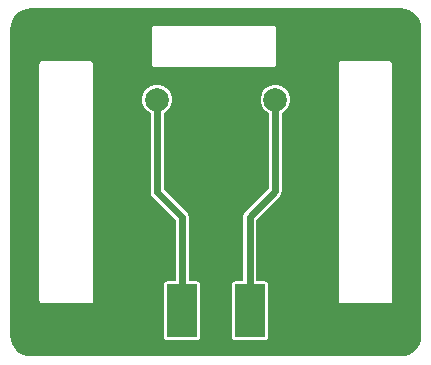
<source format=gbl>
G04*
G04 #@! TF.GenerationSoftware,Altium Limited,Altium Designer,21.7.2 (23)*
G04*
G04 Layer_Physical_Order=2*
G04 Layer_Color=16711680*
%FSLAX25Y25*%
%MOIN*%
G70*
G04*
G04 #@! TF.SameCoordinates,FE62E581-B11F-4354-8991-A981333A1506*
G04*
G04*
G04 #@! TF.FilePolarity,Positive*
G04*
G01*
G75*
%ADD12C,0.01968*%
%ADD13C,0.07874*%
%ADD14C,0.02362*%
G36*
X139129Y116962D02*
X140412Y116573D01*
X141594Y115941D01*
X142630Y115091D01*
X143480Y114055D01*
X144112Y112872D01*
X144501Y111590D01*
X144632Y110266D01*
X144630Y110256D01*
Y7894D01*
X144632Y7884D01*
X144501Y6560D01*
X144112Y5277D01*
X143480Y4095D01*
X142630Y3059D01*
X141594Y2209D01*
X140412Y1577D01*
X139129Y1188D01*
X137805Y1057D01*
X137795Y1059D01*
X14496D01*
X14486Y1057D01*
X13162Y1188D01*
X11879Y1577D01*
X10697Y2209D01*
X9661Y3059D01*
X8811Y4095D01*
X8179Y5277D01*
X7790Y6560D01*
X7659Y7884D01*
X7661Y7894D01*
Y110256D01*
X7659Y110266D01*
X7790Y111590D01*
X8179Y112872D01*
X8811Y114055D01*
X9661Y115091D01*
X10697Y115941D01*
X11879Y116573D01*
X13162Y116962D01*
X14486Y117092D01*
X14496Y117090D01*
X137795D01*
X137805Y117092D01*
X139129Y116962D01*
D02*
G37*
%LPC*%
G36*
X95204Y111296D02*
X55834D01*
X55436Y111216D01*
X55099Y110991D01*
X54874Y110654D01*
X54795Y110256D01*
Y98445D01*
X54874Y98047D01*
X55099Y97710D01*
X55436Y97484D01*
X55834Y97405D01*
X95204D01*
X95602Y97484D01*
X95939Y97710D01*
X96165Y98047D01*
X96244Y98445D01*
Y110256D01*
X96165Y110654D01*
X95939Y110991D01*
X95602Y111216D01*
X95204Y111296D01*
D02*
G37*
G36*
X133858Y99485D02*
X118110D01*
X117712Y99405D01*
X117375Y99180D01*
X117150Y98843D01*
X117071Y98445D01*
Y19717D01*
X117150Y19319D01*
X117375Y18982D01*
X117712Y18757D01*
X118110Y18677D01*
X133796D01*
X133858Y18665D01*
X134256Y18744D01*
X134593Y18970D01*
X134819Y19307D01*
X134898Y19705D01*
Y98445D01*
X134819Y98843D01*
X134593Y99180D01*
X134256Y99405D01*
X133858Y99485D01*
D02*
G37*
G36*
X34181D02*
X18433D01*
X18035Y99405D01*
X17697Y99180D01*
X17472Y98843D01*
X17393Y98445D01*
Y19705D01*
X17472Y19307D01*
X17697Y18970D01*
X18035Y18744D01*
X18433Y18665D01*
X34181D01*
X34578Y18744D01*
X34916Y18970D01*
X35141Y19307D01*
X35220Y19705D01*
Y98445D01*
X35141Y98843D01*
X34916Y99180D01*
X34578Y99405D01*
X34181Y99485D01*
D02*
G37*
G36*
X96654Y91571D02*
X95354D01*
X94098Y91234D01*
X92973Y90584D01*
X92053Y89665D01*
X91403Y88539D01*
X91067Y87284D01*
Y85984D01*
X91403Y84728D01*
X92053Y83602D01*
X92973Y82683D01*
X93780Y82217D01*
Y56925D01*
X85927Y49073D01*
X85445Y48351D01*
X85276Y47500D01*
X85276Y47500D01*
Y26020D01*
X82500D01*
X82110Y25942D01*
X81779Y25721D01*
X81558Y25390D01*
X81480Y25000D01*
Y7500D01*
X81558Y7110D01*
X81779Y6779D01*
X82110Y6558D01*
X82500Y6480D01*
X92500D01*
X92890Y6558D01*
X93221Y6779D01*
X93442Y7110D01*
X93520Y7500D01*
Y25000D01*
X93442Y25390D01*
X93221Y25721D01*
X92890Y25942D01*
X92500Y26020D01*
X89724D01*
Y46579D01*
X97576Y54431D01*
X97576Y54431D01*
X98058Y55153D01*
X98228Y56004D01*
X98228Y56004D01*
Y82217D01*
X99035Y82683D01*
X99954Y83602D01*
X100604Y84728D01*
X100941Y85984D01*
Y87284D01*
X100604Y88539D01*
X99954Y89665D01*
X99035Y90584D01*
X97910Y91234D01*
X96654Y91571D01*
D02*
G37*
G36*
X57284D02*
X55984D01*
X54728Y91234D01*
X53602Y90584D01*
X52683Y89665D01*
X52033Y88539D01*
X51697Y87284D01*
Y85984D01*
X52033Y84728D01*
X52683Y83602D01*
X53602Y82683D01*
X54410Y82217D01*
Y55866D01*
X54410Y55866D01*
X54579Y55015D01*
X55061Y54294D01*
X62776Y46579D01*
Y26020D01*
X60000D01*
X59610Y25942D01*
X59279Y25721D01*
X59058Y25390D01*
X58980Y25000D01*
Y7500D01*
X59058Y7110D01*
X59279Y6779D01*
X59610Y6558D01*
X60000Y6480D01*
X70000D01*
X70390Y6558D01*
X70721Y6779D01*
X70942Y7110D01*
X71020Y7500D01*
Y25000D01*
X70942Y25390D01*
X70721Y25721D01*
X70390Y25942D01*
X70000Y26020D01*
X67224D01*
Y47500D01*
X67224Y47500D01*
X67054Y48351D01*
X66572Y49073D01*
X66572Y49073D01*
X58858Y56787D01*
Y82217D01*
X59665Y82683D01*
X60584Y83602D01*
X61234Y84728D01*
X61571Y85984D01*
Y87284D01*
X61234Y88539D01*
X60584Y89665D01*
X59665Y90584D01*
X58539Y91234D01*
X57284Y91571D01*
D02*
G37*
%LPD*%
G36*
X92500Y7500D02*
X82500D01*
Y25000D01*
X92500D01*
Y7500D01*
D02*
G37*
G36*
X70000D02*
X60000D01*
Y25000D01*
X70000D01*
Y7500D01*
D02*
G37*
D12*
X90303Y21606D02*
D03*
Y18803D02*
D03*
Y16000D02*
D03*
Y13197D02*
D03*
Y10394D02*
D03*
X87500Y21606D02*
D03*
Y18803D02*
D03*
Y16000D02*
D03*
Y13197D02*
D03*
Y10394D02*
D03*
X84697Y21606D02*
D03*
Y18803D02*
D03*
Y16000D02*
D03*
Y13197D02*
D03*
Y10394D02*
D03*
X67803Y21606D02*
D03*
Y18803D02*
D03*
Y16000D02*
D03*
Y13197D02*
D03*
Y10394D02*
D03*
X65000Y21606D02*
D03*
Y18803D02*
D03*
Y16000D02*
D03*
Y13197D02*
D03*
Y10394D02*
D03*
X62197Y21606D02*
D03*
Y18803D02*
D03*
Y16000D02*
D03*
Y13197D02*
D03*
Y10394D02*
D03*
D13*
X56634Y86634D02*
D03*
X96004D02*
D03*
D14*
X87500Y18500D02*
Y47500D01*
X96004Y56004D01*
Y86634D01*
X65000Y20500D02*
Y47500D01*
X56634Y55866D02*
X65000Y47500D01*
X56634Y55866D02*
Y86634D01*
M02*

</source>
